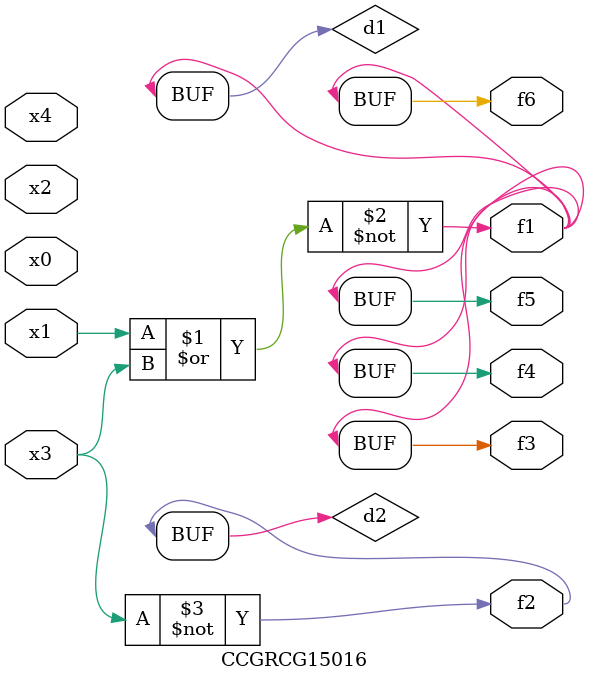
<source format=v>
module CCGRCG15016(
	input x0, x1, x2, x3, x4,
	output f1, f2, f3, f4, f5, f6
);

	wire d1, d2;

	nor (d1, x1, x3);
	not (d2, x3);
	assign f1 = d1;
	assign f2 = d2;
	assign f3 = d1;
	assign f4 = d1;
	assign f5 = d1;
	assign f6 = d1;
endmodule

</source>
